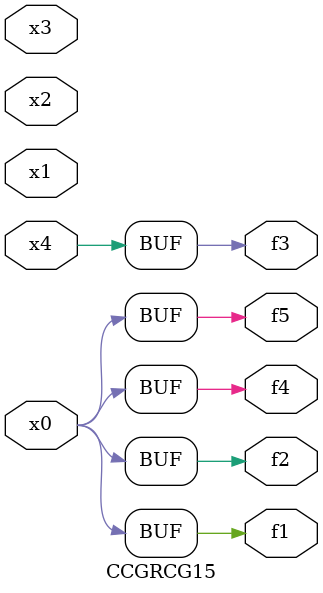
<source format=v>
module CCGRCG15(
	input x0, x1, x2, x3, x4,
	output f1, f2, f3, f4, f5
);
	assign f1 = x0;
	assign f2 = x0;
	assign f3 = x4;
	assign f4 = x0;
	assign f5 = x0;
endmodule

</source>
